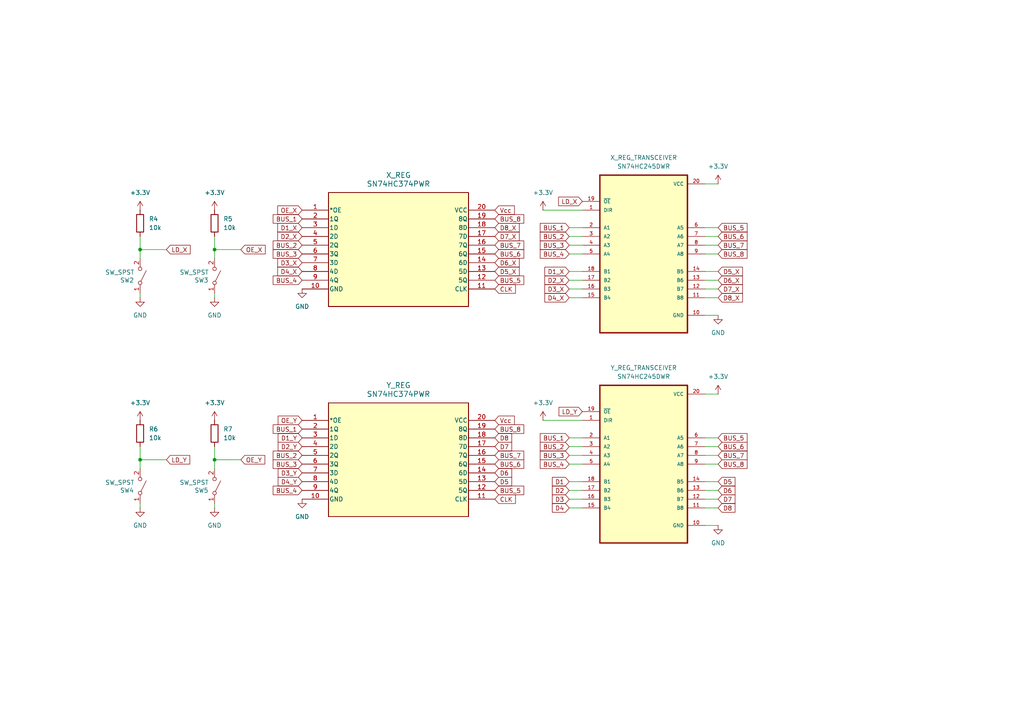
<source format=kicad_sch>
(kicad_sch (version 20250114) (generator "eeschema") (generator_version "9.0")
  (paper "A4")
  (lib_symbols
    (symbol "2025-07-31_00-00-48:SN74HC374PWR" (pin_names (offset 0.254))
      (property "Reference" "U" (at 99.06 -6.35 0))
      (property "Value" "SN74HC374PWR" (at 99.06 -8.89 0))
      (symbol "SN74HC374PWR_0_1"
        (polyline (pts (xy 119.38 -11.43) (xy 78.74 -11.43)) (stroke (width 0.127)))
        (polyline (pts (xy 119.38 -44.45) (xy 119.38 -11.43)) (stroke (width 0.127)))
        (pin input line (at 71.12 -16.51 0) (length 7.62) (name "*OE") (number "1"))
        (pin output line (at 71.12 -19.05 0) (length 7.62) (name "1Q") (number "2"))
        (pin input line (at 71.12 -21.59 0) (length 7.62) (name "1D") (number "3"))
        (pin input line (at 71.12 -24.13 0) (length 7.62) (name "2D") (number "4"))
        (pin output line (at 71.12 -26.67 0) (length 7.62) (name "2Q") (number "5"))
        (pin output line (at 71.12 -29.21 0) (length 7.62) (name "3Q") (number "6"))
        (pin input line (at 71.12 -31.75 0) (length 7.62) (name "3D") (number "7"))
        (pin input line (at 71.12 -34.29 0) (length 7.62) (name "4D") (number "8"))
        (pin output line (at 71.12 -36.83 0) (length 7.62) (name "4Q") (number "9"))
        (pin power_in line (at 71.12 -39.37 0) (length 7.62) (name "GND") (number "10"))
        (pin power_in line (at 127 -16.51 180) (length 7.62) (name "VCC") (number "20"))
        (pin output line (at 127 -19.05 180) (length 7.62) (name "8Q") (number "19"))
        (pin input line (at 127 -21.59 180) (length 7.62) (name "8D") (number "18"))
        (pin input line (at 127 -24.13 180) (length 7.62) (name "7D") (number "17"))
        (pin output line (at 127 -26.67 180) (length 7.62) (name "7Q") (number "16"))
        (pin output line (at 127 -29.21 180) (length 7.62) (name "6Q") (number "15"))
        (pin input line (at 127 -31.75 180) (length 7.62) (name "6D") (number "14"))
        (pin input line (at 127 -34.29 180) (length 7.62) (name "5D") (number "13"))
        (pin output line (at 127 -36.83 180) (length 7.62) (name "5Q") (number "12"))
        (pin input line (at 127 -39.37 180) (length 7.62) (name "CLK") (number "11"))
      )
      (symbol "SN74HC374PWR_1_1"
        (polyline (pts (xy 78.74 -11.43) (xy 78.74 -44.45)) (stroke (width 0.127)) (fill (type background)))
        (rectangle (start 78.74 -11.43) (end 119.38 -44.45))
        (rectangle (start 78.74 -11.43) (end 119.38 -44.45))
        (rectangle (start 78.74 -11.43) (end 119.38 -44.45) (fill (type background)))
        (polyline (pts (xy 78.74 -44.45) (xy 119.38 -44.45)) (stroke (width 0.127)) (fill (type background)))
        (rectangle (start 119.38 -44.45) (end 78.74 -11.43))
        (rectangle (start 119.38 -44.45) (end 78.74 -11.43))
      )
    )
    (symbol "Device:R" (pin_numbers (hide yes)) (pin_names (offset 0))
      (property "Reference" "R" (at 2.032 0 90))
      (property "Value" "R" (at 0 0 90))
      (symbol "R_0_1"
        (rectangle (start -1.016 -2.54) (end 1.016 2.54) (stroke (width 0.254)))
      )
      (symbol "R_1_1"
        (pin passive line (at 0 3.81 270) (length 1.27) (name "~") (number "1"))
        (pin passive line (at 0 -3.81 90) (length 1.27) (name "~") (number "2"))
      )
    )
    (symbol "SN74HC245DWR:SN74HC245DWR" (pin_names (offset 1.016))
      (property "Reference" "U" (at -12.7 23.86 0))
      (property "Value" "SN74HC245DWR" (at -12.7 -26.86 0))
      (symbol "SN74HC245DWR_0_0"
        (rectangle (start -12.7 -22.86) (end 12.7 22.86) (stroke (width 0.41)) (fill (type background)))
        (pin input line (at -17.78 15.24 0) (length 5.08) (name "~{OE}") (number "19"))
        (pin input line (at -17.78 12.7 0) (length 5.08) (name "DIR") (number "1"))
        (pin bidirectional line (at -17.78 7.62 0) (length 5.08) (name "A1") (number "2"))
        (pin bidirectional line (at -17.78 5.08 0) (length 5.08) (name "A2") (number "3"))
        (pin bidirectional line (at -17.78 2.54 0) (length 5.08) (name "A3") (number "4"))
        (pin bidirectional line (at -17.78 0 0) (length 5.08) (name "A4") (number "5"))
        (pin bidirectional line (at -17.78 -5.08 0) (length 5.08) (name "B1") (number "18"))
        (pin bidirectional line (at -17.78 -7.62 0) (length 5.08) (name "B2") (number "17"))
        (pin bidirectional line (at -17.78 -10.16 0) (length 5.08) (name "B3") (number "16"))
        (pin bidirectional line (at -17.78 -12.7 0) (length 5.08) (name "B4") (number "15"))
        (pin power_in line (at 17.78 20.32 180) (length 5.08) (name "VCC") (number "20"))
        (pin bidirectional line (at 17.78 7.62 180) (length 5.08) (name "A5") (number "6"))
        (pin bidirectional line (at 17.78 5.08 180) (length 5.08) (name "A6") (number "7"))
        (pin bidirectional line (at 17.78 2.54 180) (length 5.08) (name "A7") (number "8"))
        (pin bidirectional line (at 17.78 0 180) (length 5.08) (name "A8") (number "9"))
        (pin bidirectional line (at 17.78 -5.08 180) (length 5.08) (name "B5") (number "14"))
        (pin bidirectional line (at 17.78 -7.62 180) (length 5.08) (name "B6") (number "13"))
        (pin bidirectional line (at 17.78 -10.16 180) (length 5.08) (name "B7") (number "12"))
        (pin bidirectional line (at 17.78 -12.7 180) (length 5.08) (name "B8") (number "11"))
        (pin power_in line (at 17.78 -17.78 180) (length 5.08) (name "GND") (number "10"))
      )
    )
    (symbol "Switch:SW_SPST" (pin_names (offset 0) (hide yes))
      (property "Reference" "SW" (at 0 3.175 0))
      (property "Value" "SW_SPST" (at 0 -2.54 0))
      (symbol "SW_SPST_0_0"
        (circle (center -2.032 0) (radius 0.508))
        (polyline (pts (xy -1.524 0.254) (xy 1.524 1.778)))
        (circle (center 2.032 0) (radius 0.508))
      )
      (symbol "SW_SPST_1_1"
        (pin passive line (at -5.08 0 0) (length 2.54) (name "A") (number "1"))
        (pin passive line (at 5.08 0 180) (length 2.54) (name "B") (number "2"))
      )
    )
    (symbol "power:+3.3V" (power) (pin_numbers (hide yes)) (pin_names (offset 0) (hide yes))
      (property "Value" "+3.3V" (at 0 3.556 0))
      (symbol "+3.3V_0_1"
        (polyline (pts (xy -0.762 1.27) (xy 0 2.54)))
        (polyline (pts (xy 0 2.54) (xy 0.762 1.27)))
        (polyline (pts (xy 0 0) (xy 0 2.54)))
      )
      (symbol "+3.3V_1_1"
        (pin power_in line (at 0 0 90) (length 0) (name "~") (number "1"))
      )
    )
    (symbol "power:GND" (power) (pin_numbers (hide yes)) (pin_names (offset 0) (hide yes))
      (property "Value" "GND" (at 0 -3.81 0))
      (symbol "GND_0_1"
        (polyline (pts (xy 0 0) (xy 0 -1.27) (xy 1.27 -1.27) (xy 0 -2.54) (xy -1.27 -1.27) (xy 0 -1.27)))
      )
      (symbol "GND_1_1"
        (pin power_in line (at 0 0 270) (length 0) (name "~") (number "1"))
      )
    )
  )
  (junction (at 40.64 72.39))
  (junction (at 62.23 72.39))
  (junction (at 40.64 133.35))
  (junction (at 62.23 133.35))
  (wire (pts (xy 62.23 129.54) (xy 62.23 133.35)))
  (wire (pts (xy 204.47 86.36) (xy 208.28 86.36)))
  (wire (pts (xy 204.47 81.28) (xy 208.28 81.28)))
  (wire (pts (xy 165.1 83.82) (xy 168.91 83.82)))
  (wire (pts (xy 204.47 91.44) (xy 208.28 91.44)))
  (wire (pts (xy 40.64 146.05) (xy 40.64 147.32)))
  (wire (pts (xy 165.1 139.7) (xy 168.91 139.7)))
  (wire (pts (xy 40.64 129.54) (xy 40.64 133.35)))
  (wire (pts (xy 204.47 144.78) (xy 208.28 144.78)))
  (wire (pts (xy 40.64 72.39) (xy 40.64 74.93)))
  (wire (pts (xy 165.1 81.28) (xy 168.91 81.28)))
  (wire (pts (xy 204.47 73.66) (xy 208.28 73.66)))
  (wire (pts (xy 62.23 146.05) (xy 62.23 147.32)))
  (wire (pts (xy 62.23 133.35) (xy 69.85 133.35)))
  (wire (pts (xy 204.47 71.12) (xy 208.28 71.12)))
  (wire (pts (xy 165.1 147.32) (xy 168.91 147.32)))
  (wire (pts (xy 62.23 72.39) (xy 69.85 72.39)))
  (wire (pts (xy 204.47 152.4) (xy 208.28 152.4)))
  (wire (pts (xy 165.1 127) (xy 168.91 127)))
  (wire (pts (xy 204.47 127) (xy 208.28 127)))
  (wire (pts (xy 40.64 85.09) (xy 40.64 86.36)))
  (wire (pts (xy 165.1 73.66) (xy 168.91 73.66)))
  (wire (pts (xy 204.47 139.7) (xy 208.28 139.7)))
  (wire (pts (xy 165.1 132.08) (xy 168.91 132.08)))
  (wire (pts (xy 40.64 133.35) (xy 40.64 135.89)))
  (wire (pts (xy 165.1 134.62) (xy 168.91 134.62)))
  (wire (pts (xy 40.64 133.35) (xy 48.26 133.35)))
  (wire (pts (xy 165.1 71.12) (xy 168.91 71.12)))
  (wire (pts (xy 62.23 72.39) (xy 62.23 74.93)))
  (wire (pts (xy 165.1 142.24) (xy 168.91 142.24)))
  (wire (pts (xy 204.47 132.08) (xy 208.28 132.08)))
  (wire (pts (xy 157.48 121.92) (xy 168.91 121.92)))
  (wire (pts (xy 157.48 60.96) (xy 168.91 60.96)))
  (wire (pts (xy 204.47 142.24) (xy 208.28 142.24)))
  (wire (pts (xy 204.47 78.74) (xy 208.28 78.74)))
  (wire (pts (xy 204.47 66.04) (xy 208.28 66.04)))
  (wire (pts (xy 165.1 66.04) (xy 168.91 66.04)))
  (wire (pts (xy 165.1 144.78) (xy 168.91 144.78)))
  (wire (pts (xy 204.47 53.34) (xy 208.28 53.34)))
  (wire (pts (xy 204.47 68.58) (xy 208.28 68.58)))
  (wire (pts (xy 165.1 78.74) (xy 168.91 78.74)))
  (wire (pts (xy 62.23 133.35) (xy 62.23 135.89)))
  (wire (pts (xy 204.47 83.82) (xy 208.28 83.82)))
  (wire (pts (xy 204.47 129.54) (xy 208.28 129.54)))
  (wire (pts (xy 204.47 134.62) (xy 208.28 134.62)))
  (wire (pts (xy 165.1 129.54) (xy 168.91 129.54)))
  (wire (pts (xy 62.23 85.09) (xy 62.23 86.36)))
  (wire (pts (xy 204.47 114.3) (xy 208.28 114.3)))
  (wire (pts (xy 165.1 68.58) (xy 168.91 68.58)))
  (wire (pts (xy 40.64 72.39) (xy 48.26 72.39)))
  (wire (pts (xy 165.1 86.36) (xy 168.91 86.36)))
  (wire (pts (xy 40.64 68.58) (xy 40.64 72.39)))
  (wire (pts (xy 62.23 68.58) (xy 62.23 72.39)))
  (wire (pts (xy 204.47 147.32) (xy 208.28 147.32)))
  (global_label "D2_X" (shape input) (at 87.63 68.58 180) (property "Intersheetrefs" "${INTERSHEET_REFS}" (effects (hide yes))))
  (global_label "BUS_4" (shape input) (at 87.63 142.24 180) (property "Intersheetrefs" "${INTERSHEET_REFS}" (effects (hide yes))))
  (global_label "OE_X" (shape input) (at 87.63 60.96 180) (property "Intersheetrefs" "${INTERSHEET_REFS}" (effects (hide yes))))
  (global_label "BUS_7" (shape input) (at 143.51 71.12 0) (property "Intersheetrefs" "${INTERSHEET_REFS}" (effects (hide yes))))
  (global_label "D4_Y" (shape input) (at 87.63 139.7 180) (property "Intersheetrefs" "${INTERSHEET_REFS}" (effects (hide yes))))
  (global_label "Vcc" (shape input) (at 143.51 60.96 0) (property "Intersheetrefs" "${INTERSHEET_REFS}" (effects (hide yes))))
  (global_label "D4_X" (shape input) (at 87.63 78.74 180) (property "Intersheetrefs" "${INTERSHEET_REFS}" (effects (hide yes))))
  (global_label "D2_X" (shape input) (at 165.1 81.28 180) (property "Intersheetrefs" "${INTERSHEET_REFS}" (effects (hide yes))))
  (global_label "BUS_3" (shape input) (at 87.63 73.66 180) (property "Intersheetrefs" "${INTERSHEET_REFS}" (effects (hide yes))))
  (global_label "BUS_2" (shape input) (at 165.1 129.54 180) (property "Intersheetrefs" "${INTERSHEET_REFS}" (effects (hide yes))))
  (global_label "D6" (shape input) (at 143.51 137.16 0) (property "Intersheetrefs" "${INTERSHEET_REFS}" (effects (hide yes))))
  (global_label "D8" (shape input) (at 143.51 127 0) (property "Intersheetrefs" "${INTERSHEET_REFS}" (effects (hide yes))))
  (global_label "BUS_5" (shape input) (at 208.28 66.04 0) (property "Intersheetrefs" "${INTERSHEET_REFS}" (effects (hide yes))))
  (global_label "D4" (shape input) (at 165.1 147.32 180) (property "Intersheetrefs" "${INTERSHEET_REFS}" (effects (hide yes))))
  (global_label "D6_X" (shape input) (at 143.51 76.2 0) (property "Intersheetrefs" "${INTERSHEET_REFS}" (effects (hide yes))))
  (global_label "D7" (shape input) (at 143.51 129.54 0) (property "Intersheetrefs" "${INTERSHEET_REFS}" (effects (hide yes))))
  (global_label "BUS_3" (shape input) (at 165.1 71.12 180) (property "Intersheetrefs" "${INTERSHEET_REFS}" (effects (hide yes))))
  (global_label "LD_X" (shape input) (at 168.91 58.42 180) (property "Intersheetrefs" "${INTERSHEET_REFS}" (effects (hide yes))))
  (global_label "BUS_7" (shape input) (at 143.51 132.08 0) (property "Intersheetrefs" "${INTERSHEET_REFS}" (effects (hide yes))))
  (global_label "D7_X" (shape input) (at 208.28 83.82 0) (property "Intersheetrefs" "${INTERSHEET_REFS}" (effects (hide yes))))
  (global_label "BUS_6" (shape input) (at 143.51 134.62 0) (property "Intersheetrefs" "${INTERSHEET_REFS}" (effects (hide yes))))
  (global_label "BUS_6" (shape input) (at 208.28 68.58 0) (property "Intersheetrefs" "${INTERSHEET_REFS}" (effects (hide yes))))
  (global_label "BUS_2" (shape input) (at 165.1 68.58 180) (property "Intersheetrefs" "${INTERSHEET_REFS}" (effects (hide yes))))
  (global_label "BUS_2" (shape input) (at 87.63 71.12 180) (property "Intersheetrefs" "${INTERSHEET_REFS}" (effects (hide yes))))
  (global_label "BUS_5" (shape input) (at 208.28 127 0) (property "Intersheetrefs" "${INTERSHEET_REFS}" (effects (hide yes))))
  (global_label "OE_X" (shape input) (at 69.85 72.39 0) (property "Intersheetrefs" "${INTERSHEET_REFS}" (effects (hide yes))))
  (global_label "BUS_6" (shape input) (at 208.28 129.54 0) (property "Intersheetrefs" "${INTERSHEET_REFS}" (effects (hide yes))))
  (global_label "D1" (shape input) (at 165.1 139.7 180) (property "Intersheetrefs" "${INTERSHEET_REFS}" (effects (hide yes))))
  (global_label "BUS_4" (shape input) (at 165.1 73.66 180) (property "Intersheetrefs" "${INTERSHEET_REFS}" (effects (hide yes))))
  (global_label "BUS_1" (shape input) (at 87.63 63.5 180) (property "Intersheetrefs" "${INTERSHEET_REFS}" (effects (hide yes))))
  (global_label "CLK" (shape input) (at 143.51 83.82 0) (property "Intersheetrefs" "${INTERSHEET_REFS}" (effects (hide yes))))
  (global_label "BUS_6" (shape input) (at 143.51 73.66 0) (property "Intersheetrefs" "${INTERSHEET_REFS}" (effects (hide yes))))
  (global_label "D2_Y" (shape input) (at 87.63 129.54 180) (property "Intersheetrefs" "${INTERSHEET_REFS}" (effects (hide yes))))
  (global_label "BUS_3" (shape input) (at 87.63 134.62 180) (property "Intersheetrefs" "${INTERSHEET_REFS}" (effects (hide yes))))
  (global_label "LD_X" (shape input) (at 48.26 72.39 0) (property "Intersheetrefs" "${INTERSHEET_REFS}" (effects (hide yes))))
  (global_label "D1_X" (shape input) (at 87.63 66.04 180) (property "Intersheetrefs" "${INTERSHEET_REFS}" (effects (hide yes))))
  (global_label "D8_X" (shape input) (at 143.51 66.04 0) (property "Intersheetrefs" "${INTERSHEET_REFS}" (effects (hide yes))))
  (global_label "BUS_7" (shape input) (at 208.28 132.08 0) (property "Intersheetrefs" "${INTERSHEET_REFS}" (effects (hide yes))))
  (global_label "CLK" (shape input) (at 143.51 144.78 0) (property "Intersheetrefs" "${INTERSHEET_REFS}" (effects (hide yes))))
  (global_label "BUS_8" (shape input) (at 208.28 134.62 0) (property "Intersheetrefs" "${INTERSHEET_REFS}" (effects (hide yes))))
  (global_label "D1_X" (shape input) (at 165.1 78.74 180) (property "Intersheetrefs" "${INTERSHEET_REFS}" (effects (hide yes))))
  (global_label "D5_X" (shape input) (at 208.28 78.74 0) (property "Intersheetrefs" "${INTERSHEET_REFS}" (effects (hide yes))))
  (global_label "BUS_8" (shape input) (at 143.51 63.5 0) (property "Intersheetrefs" "${INTERSHEET_REFS}" (effects (hide yes))))
  (global_label "D7_X" (shape input) (at 143.51 68.58 0) (property "Intersheetrefs" "${INTERSHEET_REFS}" (effects (hide yes))))
  (global_label "BUS_5" (shape input) (at 143.51 142.24 0) (property "Intersheetrefs" "${INTERSHEET_REFS}" (effects (hide yes))))
  (global_label "BUS_1" (shape input) (at 87.63 124.46 180) (property "Intersheetrefs" "${INTERSHEET_REFS}" (effects (hide yes))))
  (global_label "LD_Y" (shape input) (at 48.26 133.35 0) (property "Intersheetrefs" "${INTERSHEET_REFS}" (effects (hide yes))))
  (global_label "D8" (shape input) (at 208.28 147.32 0) (property "Intersheetrefs" "${INTERSHEET_REFS}" (effects (hide yes))))
  (global_label "D5_X" (shape input) (at 143.51 78.74 0) (property "Intersheetrefs" "${INTERSHEET_REFS}" (effects (hide yes))))
  (global_label "D6" (shape input) (at 208.28 142.24 0) (property "Intersheetrefs" "${INTERSHEET_REFS}" (effects (hide yes))))
  (global_label "Vcc" (shape input) (at 143.51 121.92 0) (property "Intersheetrefs" "${INTERSHEET_REFS}" (effects (hide yes))))
  (global_label "D2" (shape input) (at 165.1 142.24 180) (property "Intersheetrefs" "${INTERSHEET_REFS}" (effects (hide yes))))
  (global_label "D6_X" (shape input) (at 208.28 81.28 0) (property "Intersheetrefs" "${INTERSHEET_REFS}" (effects (hide yes))))
  (global_label "D3_X" (shape input) (at 165.1 83.82 180) (property "Intersheetrefs" "${INTERSHEET_REFS}" (effects (hide yes))))
  (global_label "BUS_7" (shape input) (at 208.28 71.12 0) (property "Intersheetrefs" "${INTERSHEET_REFS}" (effects (hide yes))))
  (global_label "D8_X" (shape input) (at 208.28 86.36 0) (property "Intersheetrefs" "${INTERSHEET_REFS}" (effects (hide yes))))
  (global_label "D3" (shape input) (at 165.1 144.78 180) (property "Intersheetrefs" "${INTERSHEET_REFS}" (effects (hide yes))))
  (global_label "D4_X" (shape input) (at 165.1 86.36 180) (property "Intersheetrefs" "${INTERSHEET_REFS}" (effects (hide yes))))
  (global_label "BUS_5" (shape input) (at 143.51 81.28 0) (property "Intersheetrefs" "${INTERSHEET_REFS}" (effects (hide yes))))
  (global_label "D3_Y" (shape input) (at 87.63 137.16 180) (property "Intersheetrefs" "${INTERSHEET_REFS}" (effects (hide yes))))
  (global_label "BUS_3" (shape input) (at 165.1 132.08 180) (property "Intersheetrefs" "${INTERSHEET_REFS}" (effects (hide yes))))
  (global_label "D5" (shape input) (at 143.51 139.7 0) (property "Intersheetrefs" "${INTERSHEET_REFS}" (effects (hide yes))))
  (global_label "BUS_1" (shape input) (at 165.1 66.04 180) (property "Intersheetrefs" "${INTERSHEET_REFS}" (effects (hide yes))))
  (global_label "BUS_4" (shape input) (at 87.63 81.28 180) (property "Intersheetrefs" "${INTERSHEET_REFS}" (effects (hide yes))))
  (global_label "OE_Y" (shape input) (at 87.63 121.92 180) (property "Intersheetrefs" "${INTERSHEET_REFS}" (effects (hide yes))))
  (global_label "D3_X" (shape input) (at 87.63 76.2 180) (property "Intersheetrefs" "${INTERSHEET_REFS}" (effects (hide yes))))
  (global_label "LD_Y" (shape input) (at 168.91 119.38 180) (property "Intersheetrefs" "${INTERSHEET_REFS}" (effects (hide yes))))
  (global_label "BUS_8" (shape input) (at 208.28 73.66 0) (property "Intersheetrefs" "${INTERSHEET_REFS}" (effects (hide yes))))
  (global_label "OE_Y" (shape input) (at 69.85 133.35 0) (property "Intersheetrefs" "${INTERSHEET_REFS}" (effects (hide yes))))
  (global_label "BUS_4" (shape input) (at 165.1 134.62 180) (property "Intersheetrefs" "${INTERSHEET_REFS}" (effects (hide yes))))
  (global_label "D1_Y" (shape input) (at 87.63 127 180) (property "Intersheetrefs" "${INTERSHEET_REFS}" (effects (hide yes))))
  (global_label "BUS_2" (shape input) (at 87.63 132.08 180) (property "Intersheetrefs" "${INTERSHEET_REFS}" (effects (hide yes))))
  (global_label "D5" (shape input) (at 208.28 139.7 0) (property "Intersheetrefs" "${INTERSHEET_REFS}" (effects (hide yes))))
  (global_label "BUS_1" (shape input) (at 165.1 127 180) (property "Intersheetrefs" "${INTERSHEET_REFS}" (effects (hide yes))))
  (global_label "BUS_8" (shape input) (at 143.51 124.46 0) (property "Intersheetrefs" "${INTERSHEET_REFS}" (effects (hide yes))))
  (global_label "D7" (shape input) (at 208.28 144.78 0) (property "Intersheetrefs" "${INTERSHEET_REFS}" (effects (hide yes))))
  (symbol (lib_id "power:GND") (at 87.63 83.82 0) (unit 1)
    (property "Reference" "#PWR021" (effects (hide yes)))
    (property "Value" "GND" (at 87.63 88.9 0))
    (property "Description" "Power symbol creates a global label with name \"GND\" , ground" (effects (hide yes)))
  )
  (symbol (lib_id "power:+3.3V") (at 208.28 114.3 0) (unit 1)
    (property "Reference" "#PWR011" (effects (hide yes)))
    (property "Value" "+3.3V" (at 208.28 109.22 0))
    (property "Description" "Power symbol creates a global label with name \"+3.3V\"" (effects (hide yes)))
  )
  (symbol (lib_id "power:+3.3V") (at 157.48 60.96 0) (unit 1)
    (property "Reference" "#PWR028" (effects (hide yes)))
    (property "Value" "+3.3V" (at 157.48 55.88 0))
    (property "Description" "Power symbol creates a global label with name \"+3.3V\"" (effects (hide yes)))
  )
  (symbol (lib_id "SN74HC245DWR:SN74HC245DWR") (at 186.69 73.66 0) (unit 1)
    (property "Reference" "X_REG_TRANSCEIVER" (at 186.69 45.72 0))
    (property "Value" "SN74HC245DWR" (at 186.69 48.26 0))
    (property "Footprint" "SN74HC245DWR:SOIC127P1030X265-20N" (effects (hide yes)))
  )
  (symbol (lib_id "power:+3.3V") (at 62.23 121.92 0) (unit 1)
    (property "Reference" "#PWR034" (effects (hide yes)))
    (property "Value" "+3.3V" (at 62.23 116.84 0))
    (property "Description" "Power symbol creates a global label with name \"+3.3V\"" (effects (hide yes)))
  )
  (symbol (lib_id "power:+3.3V") (at 40.64 60.96 0) (unit 1)
    (property "Reference" "#PWR017" (effects (hide yes)))
    (property "Value" "+3.3V" (at 40.64 55.88 0))
    (property "Description" "Power symbol creates a global label with name \"+3.3V\"" (effects (hide yes)))
  )
  (symbol (lib_id "power:GND") (at 40.64 147.32 0) (unit 1)
    (property "Reference" "#PWR033" (effects (hide yes)))
    (property "Value" "GND" (at 40.64 152.4 0))
    (property "Description" "Power symbol creates a global label with name \"GND\" , ground" (effects (hide yes)))
  )
  (symbol (lib_id "Switch:SW_SPST") (at 62.23 140.97 270) (mirror x) (unit 1)
    (property "Reference" "SW5" (at 56.388 142.24 90) (effects (justify left)))
    (property "Value" "SW_SPST" (at 52.07 139.954 90) (effects (justify left)))
    (property "Description" "Single Pole Single Throw (SPST) switch" (effects (hide yes)))
  )
  (symbol (lib_id "2025-07-31_00-00-48:SN74HC374PWR") (at 16.51 105.41 0) (unit 1)
    (property "Reference" "Y_REG" (at 115.57 111.76 0) (effects (font (size 1.524 1.524))))
    (property "Value" "SN74HC374PWR" (at 115.57 114.3 0) (effects (font (size 1.524 1.524))))
    (property "Footprint" "PW20" (effects (hide yes)))
    (property "Datasheet" "https://www.ti.com/lit/gpn/sn74hc374" (effects (hide yes)))
  )
  (symbol (lib_id "Switch:SW_SPST") (at 40.64 140.97 270) (mirror x) (unit 1)
    (property "Reference" "SW4" (at 34.798 142.24 90) (effects (justify left)))
    (property "Value" "SW_SPST" (at 30.48 139.954 90) (effects (justify left)))
    (property "Description" "Single Pole Single Throw (SPST) switch" (effects (hide yes)))
  )
  (symbol (lib_id "power:GND") (at 208.28 91.44 0) (unit 1)
    (property "Reference" "#PWR030" (effects (hide yes)))
    (property "Value" "GND" (at 208.28 96.52 0))
    (property "Description" "Power symbol creates a global label with name \"GND\" , ground" (effects (hide yes)))
  )
  (symbol (lib_id "power:+3.3V") (at 208.28 53.34 0) (unit 1)
    (property "Reference" "#PWR029" (effects (hide yes)))
    (property "Value" "+3.3V" (at 208.28 48.26 0))
    (property "Description" "Power symbol creates a global label with name \"+3.3V\"" (effects (hide yes)))
  )
  (symbol (lib_id "power:+3.3V") (at 157.48 121.92 0) (unit 1)
    (property "Reference" "#PWR010" (effects (hide yes)))
    (property "Value" "+3.3V" (at 157.48 116.84 0))
    (property "Description" "Power symbol creates a global label with name \"+3.3V\"" (effects (hide yes)))
  )
  (symbol (lib_id "Device:R") (at 40.64 125.73 0) (unit 1)
    (property "Reference" "R6" (at 43.18 124.4599 0) (effects (justify left)))
    (property "Value" "10k" (at 43.18 126.9999 0) (effects (justify left)))
    (property "Description" "Resistor" (effects (hide yes)))
  )
  (symbol (lib_id "power:+3.3V") (at 40.64 121.92 0) (unit 1)
    (property "Reference" "#PWR032" (effects (hide yes)))
    (property "Value" "+3.3V" (at 40.64 116.84 0))
    (property "Description" "Power symbol creates a global label with name \"+3.3V\"" (effects (hide yes)))
  )
  (symbol (lib_id "power:GND") (at 62.23 147.32 0) (unit 1)
    (property "Reference" "#PWR035" (effects (hide yes)))
    (property "Value" "GND" (at 62.23 152.4 0))
    (property "Description" "Power symbol creates a global label with name \"GND\" , ground" (effects (hide yes)))
  )
  (symbol (lib_id "SN74HC245DWR:SN74HC245DWR") (at 186.69 134.62 0) (unit 1)
    (property "Reference" "Y_REG_TRANSCEIVER" (at 186.69 106.68 0))
    (property "Value" "SN74HC245DWR" (at 186.69 109.22 0))
    (property "Footprint" "SN74HC245DWR:SOIC127P1030X265-20N" (effects (hide yes)))
  )
  (symbol (lib_id "Switch:SW_SPST") (at 40.64 80.01 270) (mirror x) (unit 1)
    (property "Reference" "SW2" (at 34.798 81.28 90) (effects (justify left)))
    (property "Value" "SW_SPST" (at 30.48 78.994 90) (effects (justify left)))
    (property "Description" "Single Pole Single Throw (SPST) switch" (effects (hide yes)))
  )
  (symbol (lib_id "Device:R") (at 62.23 125.73 0) (unit 1)
    (property "Reference" "R7" (at 64.77 124.4599 0) (effects (justify left)))
    (property "Value" "10k" (at 64.77 126.9999 0) (effects (justify left)))
    (property "Description" "Resistor" (effects (hide yes)))
  )
  (symbol (lib_id "power:GND") (at 62.23 86.36 0) (unit 1)
    (property "Reference" "#PWR013" (effects (hide yes)))
    (property "Value" "GND" (at 62.23 91.44 0))
    (property "Description" "Power symbol creates a global label with name \"GND\" , ground" (effects (hide yes)))
  )
  (symbol (lib_id "power:GND") (at 40.64 86.36 0) (unit 1)
    (property "Reference" "#PWR018" (effects (hide yes)))
    (property "Value" "GND" (at 40.64 91.44 0))
    (property "Description" "Power symbol creates a global label with name \"GND\" , ground" (effects (hide yes)))
  )
  (symbol (lib_id "Switch:SW_SPST") (at 62.23 80.01 270) (mirror x) (unit 1)
    (property "Reference" "SW3" (at 56.388 81.28 90) (effects (justify left)))
    (property "Value" "SW_SPST" (at 52.07 78.994 90) (effects (justify left)))
    (property "Description" "Single Pole Single Throw (SPST) switch" (effects (hide yes)))
  )
  (symbol (lib_id "2025-07-31_00-00-48:SN74HC374PWR") (at 16.51 44.45 0) (unit 1)
    (property "Reference" "X_REG" (at 115.57 50.8 0) (effects (font (size 1.524 1.524))))
    (property "Value" "SN74HC374PWR" (at 115.57 53.34 0) (effects (font (size 1.524 1.524))))
    (property "Footprint" "PW20" (effects (hide yes)))
    (property "Datasheet" "https://www.ti.com/lit/gpn/sn74hc374" (effects (hide yes)))
  )
  (symbol (lib_id "Device:R") (at 62.23 64.77 0) (unit 1)
    (property "Reference" "R5" (at 64.77 63.4999 0) (effects (justify left)))
    (property "Value" "10k" (at 64.77 66.0399 0) (effects (justify left)))
    (property "Description" "Resistor" (effects (hide yes)))
  )
  (symbol (lib_id "power:+3.3V") (at 62.23 60.96 0) (unit 1)
    (property "Reference" "#PWR012" (effects (hide yes)))
    (property "Value" "+3.3V" (at 62.23 55.88 0))
    (property "Description" "Power symbol creates a global label with name \"+3.3V\"" (effects (hide yes)))
  )
  (symbol (lib_id "power:GND") (at 87.63 144.78 0) (unit 1)
    (property "Reference" "#PWR022" (effects (hide yes)))
    (property "Value" "GND" (at 87.63 149.86 0))
    (property "Description" "Power symbol creates a global label with name \"GND\" , ground" (effects (hide yes)))
  )
  (symbol (lib_id "Device:R") (at 40.64 64.77 0) (unit 1)
    (property "Reference" "R4" (at 43.18 63.4999 0) (effects (justify left)))
    (property "Value" "10k" (at 43.18 66.0399 0) (effects (justify left)))
    (property "Description" "Resistor" (effects (hide yes)))
  )
  (symbol (lib_id "power:GND") (at 208.28 152.4 0) (unit 1)
    (property "Reference" "#PWR014" (effects (hide yes)))
    (property "Value" "GND" (at 208.28 157.48 0))
    (property "Description" "Power symbol creates a global label with name \"GND\" , ground" (effects (hide yes)))
  )
)
</source>
